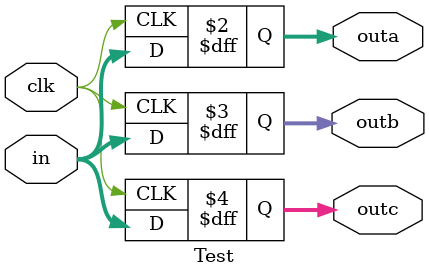
<source format=v>

module t (/*AUTOARG*/
   // Inputs
   clk
   );
   input clk;

   integer      cyc = 0;
   reg [63:0]   crc;
   reg [63:0]   sum;

   // Take CRC data and apply to testblock inputs
   wire [15:0]  in = crc[15:0];

   /*AUTOWIRE*/
   // Beginning of automatic wires (for undeclared instantiated-module outputs)
   wire [15:0]          outa;                   // From test of Test.v
   wire [15:0]          outb;                   // From test of Test.v
   wire [15:0]          outc;                   // From test of Test.v
   // End of automatics

   Test test (/*AUTOINST*/
              // Outputs
              .outa                     (outa[15:0]),
              .outb                     (outb[15:0]),
              .outc                     (outc[15:0]),
              // Inputs
              .clk                      (clk),
              .in                       (in[15:0]));

   // Aggregate outputs into a single result vector
   wire [63:0] result = {16'h0, outa, outb, outc};

   // Test loop
   always @ (posedge clk) begin
`ifdef TEST_VERBOSE
      $write("[%0t] cyc==%0d crc=%x result=%x\n", $time, cyc, crc, result);
`endif
      cyc <= cyc + 1;
      crc <= {crc[62:0], crc[63] ^ crc[2] ^ crc[0]};
      sum <= result ^ {sum[62:0], sum[63] ^ sum[2] ^ sum[0]};
      if (cyc==0) begin
         // Setup
         crc <= 64'h5aef0c8d_d70a4497;
         sum <= 64'h0;
      end
      else if (cyc<10) begin
         sum <= 64'h0;
      end
      else if (cyc<90) begin
      end
      else if (cyc==99) begin
         $write("[%0t] cyc==%0d crc=%x sum=%x\n", $time, cyc, crc, sum);
         if (crc !== 64'hc77bb9b3784ea091) $stop;
         // What checksum will we end up with (above print should match)
`define EXPECTED_SUM 64'h09be74b1b0f8c35d
         if (sum !== `EXPECTED_SUM) $stop;
         $write("*-* All Finished *-*\n");
         $finish;
      end
   end

endmodule

module Test (/*AUTOARG*/
   // Outputs
   outa, outb, outc,
   // Inputs
   clk, in
   );

   input clk;
   input [15:0]      in;
   output reg [15:0] outa;
   output reg [15:0] outb;
   output reg [15:0] outc;

   parameter WIDTH = 0;
   always @(posedge clk) begin
      outa <= {in};
      outb <= {{WIDTH{1'b0}}, in};
      outc <= {in, {WIDTH{1'b0}}};
   end
endmodule

</source>
